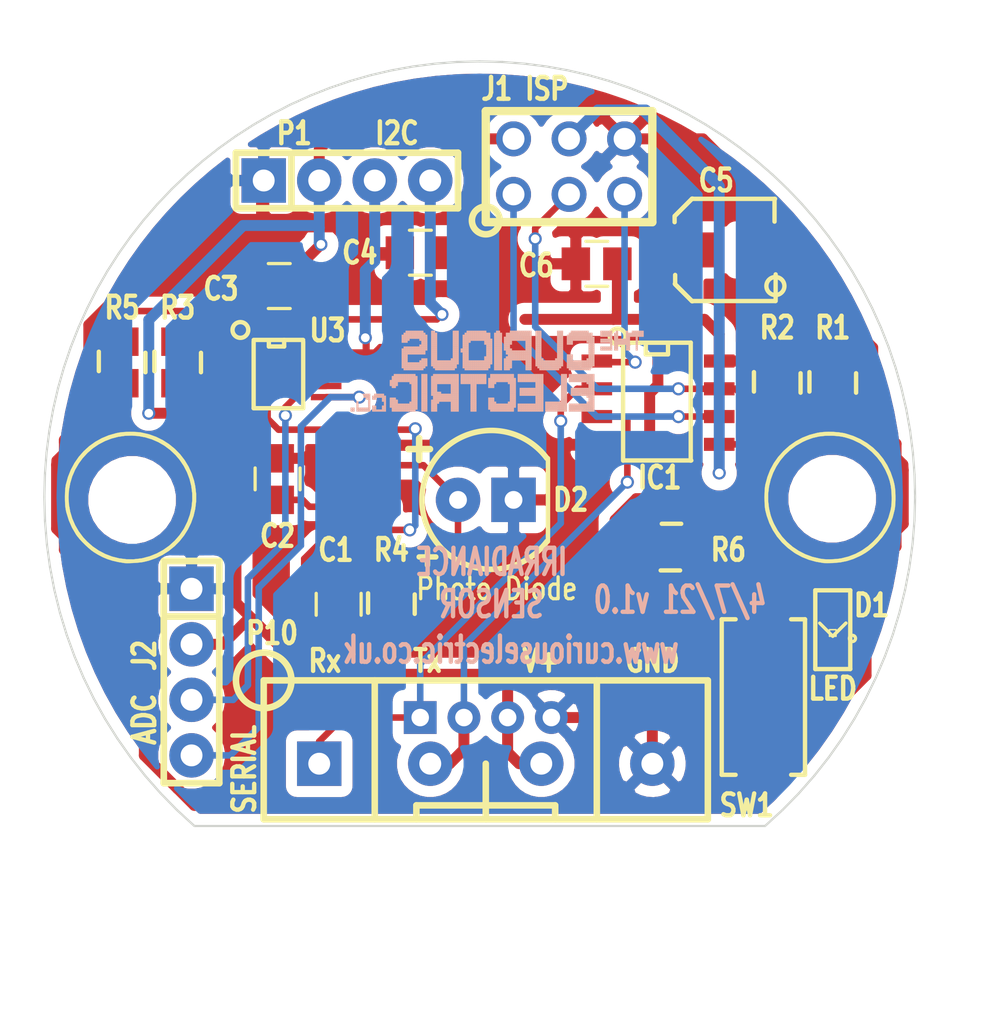
<source format=kicad_pcb>
(kicad_pcb (version 20171130) (host pcbnew "(5.1.10)-1")
  (layers (0 F.Cu signal) (31 B.Cu signal) (34 B.Paste user) (35 F.Paste user) (36 B.SilkS user) (37 F.SilkS user) (38 B.Mask user) (39 F.Mask user) (44 Edge.Cuts user))
  (net 0 "")
  (net 1 GND)
  (net 2 "Net-(D1-Pad2)")
  (net 3 /SDA_I2C)
  (net 4 /SCL_I2C)
  (net 5 +5V)
  (net 6 "Net-(C1-Pad2)")
  (net 7 /SW1)
  (net 8 /D4)
  (net 9 /D3)
  (net 10 /D0)
  (net 11 /D1)
  (net 12 /D2)
  (net 13 "Net-(IC1-Pad1)")
  (net 14 "Net-(J2-Pad3)")
  (net 15 "Net-(R3-Pad2)")
  (net 16 "Net-(R5-Pad2)")
  (net 17 "Net-(C1-Pad1)")
  (net 18 "Net-(J2-Pad4)")
  (module REInnovationFootprint:PCB_40mm_Round_SolarSensorPCB_design (layer F.Cu) (at 123.698 138.049)
    (fp_text reference P6 hide)
    (fp_text value PCB hide)
    (fp_line (start -7.7861 -43.801) (end -7.7861 -43.801) (layer Edge.Cuts) (width 0.1))
    (fp_line (start -7.7861 -43.801) (end -7.7861 -43.801) (layer Edge.Cuts) (width 0.1))
    (fp_line (start -7.7706 -43.801) (end -7.7861 -43.801) (layer Edge.Cuts) (width 0.1))
    (fp_line (start -6.7456 -43.7751) (end -7.7706 -43.801) (layer Edge.Cuts) (width 0.1))
    (fp_line (start -5.734 -43.6982) (end -6.7456 -43.7751) (layer Edge.Cuts) (width 0.1))
    (fp_line (start -4.7371 -43.5715) (end -5.734 -43.6982) (layer Edge.Cuts) (width 0.1))
    (fp_line (start -3.7562 -43.3963) (end -4.7371 -43.5715) (layer Edge.Cuts) (width 0.1))
    (fp_line (start -2.7924 -43.1739) (end -3.7562 -43.3963) (layer Edge.Cuts) (width 0.1))
    (fp_line (start -1.8472 -42.9055) (end -2.7924 -43.1739) (layer Edge.Cuts) (width 0.1))
    (fp_line (start -0.9216 -42.5923) (end -1.8472 -42.9055) (layer Edge.Cuts) (width 0.1))
    (fp_line (start -0.0171 -42.2357) (end -0.9216 -42.5923) (layer Edge.Cuts) (width 0.1))
    (fp_line (start 0.8653 -41.8368) (end -0.0171 -42.2357) (layer Edge.Cuts) (width 0.1))
    (fp_line (start 1.7242 -41.3969) (end 0.8653 -41.8368) (layer Edge.Cuts) (width 0.1))
    (fp_line (start 2.5584 -40.9173) (end 1.7242 -41.3969) (layer Edge.Cuts) (width 0.1))
    (fp_line (start 3.3666 -40.3992) (end 2.5584 -40.9173) (layer Edge.Cuts) (width 0.1))
    (fp_line (start 4.1475 -39.8438) (end 3.3666 -40.3992) (layer Edge.Cuts) (width 0.1))
    (fp_line (start 4.9 -39.2525) (end 4.1475 -39.8438) (layer Edge.Cuts) (width 0.1))
    (fp_line (start 5.6228 -38.6264) (end 4.9 -39.2525) (layer Edge.Cuts) (width 0.1))
    (fp_line (start 6.3146 -37.9669) (end 5.6228 -38.6264) (layer Edge.Cuts) (width 0.1))
    (fp_line (start 6.9742 -37.2751) (end 6.3146 -37.9669) (layer Edge.Cuts) (width 0.1))
    (fp_line (start 7.6003 -36.5523) (end 6.9742 -37.2751) (layer Edge.Cuts) (width 0.1))
    (fp_line (start 8.1916 -35.7998) (end 7.6003 -36.5523) (layer Edge.Cuts) (width 0.1))
    (fp_line (start 8.747 -35.0189) (end 8.1916 -35.7998) (layer Edge.Cuts) (width 0.1))
    (fp_line (start 9.2651 -34.2107) (end 8.747 -35.0189) (layer Edge.Cuts) (width 0.1))
    (fp_line (start 9.7448 -33.3765) (end 9.2651 -34.2107) (layer Edge.Cuts) (width 0.1))
    (fp_line (start 10.1847 -32.5176) (end 9.7448 -33.3765) (layer Edge.Cuts) (width 0.1))
    (fp_line (start 10.5836 -31.6353) (end 10.1847 -32.5176) (layer Edge.Cuts) (width 0.1))
    (fp_line (start 10.9403 -30.7307) (end 10.5836 -31.6353) (layer Edge.Cuts) (width 0.1))
    (fp_line (start 11.2535 -29.8052) (end 10.9403 -30.7307) (layer Edge.Cuts) (width 0.1))
    (fp_line (start 11.5219 -28.8599) (end 11.2535 -29.8052) (layer Edge.Cuts) (width 0.1))
    (fp_line (start 11.7443 -27.8962) (end 11.5219 -28.8599) (layer Edge.Cuts) (width 0.1))
    (fp_line (start 11.9195 -26.9153) (end 11.7443 -27.8962) (layer Edge.Cuts) (width 0.1))
    (fp_line (start 12.0462 -25.9184) (end 11.9195 -26.9153) (layer Edge.Cuts) (width 0.1))
    (fp_line (start 12.1232 -24.9068) (end 12.0462 -25.9184) (layer Edge.Cuts) (width 0.1))
    (fp_line (start 12.1491 -23.8818) (end 12.1232 -24.9068) (layer Edge.Cuts) (width 0.1))
    (fp_line (start 12.1199 -22.8029) (end 12.1491 -23.8818) (layer Edge.Cuts) (width 0.1))
    (fp_line (start 12.0329 -21.7328) (end 12.1199 -22.8029) (layer Edge.Cuts) (width 0.1))
    (fp_line (start 11.8892 -20.6735) (end 12.0329 -21.7328) (layer Edge.Cuts) (width 0.1))
    (fp_line (start 11.6895 -19.6271) (end 11.8892 -20.6735) (layer Edge.Cuts) (width 0.1))
    (fp_line (start 11.435 -18.5956) (end 11.6895 -19.6271) (layer Edge.Cuts) (width 0.1))
    (fp_line (start 11.1265 -17.5813) (end 11.435 -18.5956) (layer Edge.Cuts) (width 0.1))
    (fp_line (start 10.765 -16.5861) (end 11.1265 -17.5813) (layer Edge.Cuts) (width 0.1))
    (fp_line (start 10.3514 -15.6122) (end 10.765 -16.5861) (layer Edge.Cuts) (width 0.1))
    (fp_line (start 9.8867 -14.6615) (end 10.3514 -15.6122) (layer Edge.Cuts) (width 0.1))
    (fp_line (start 9.3719 -13.7363) (end 9.8867 -14.6615) (layer Edge.Cuts) (width 0.1))
    (fp_line (start 8.8079 -12.8386) (end 9.3719 -13.7363) (layer Edge.Cuts) (width 0.1))
    (fp_line (start 8.1956 -11.9704) (end 8.8079 -12.8386) (layer Edge.Cuts) (width 0.1))
    (fp_line (start 7.536 -11.1339) (end 8.1956 -11.9704) (layer Edge.Cuts) (width 0.1))
    (fp_line (start 6.83 -10.3311) (end 7.536 -11.1339) (layer Edge.Cuts) (width 0.1))
    (fp_line (start 6.0787 -9.5642) (end 6.83 -10.3311) (layer Edge.Cuts) (width 0.1))
    (fp_line (start 5.2828 -8.8352) (end 6.0787 -9.5642) (layer Edge.Cuts) (width 0.1))
    (fp_line (start -20.8236 -8.8352) (end 5.2828 -8.8352) (layer Edge.Cuts) (width 0.1))
    (fp_line (start -21.6194 -9.5642) (end -20.8236 -8.8352) (layer Edge.Cuts) (width 0.1))
    (fp_line (start -22.3707 -10.3311) (end -21.6194 -9.5642) (layer Edge.Cuts) (width 0.1))
    (fp_line (start -23.0767 -11.1339) (end -22.3707 -10.3311) (layer Edge.Cuts) (width 0.1))
    (fp_line (start -23.7363 -11.9704) (end -23.0767 -11.1339) (layer Edge.Cuts) (width 0.1))
    (fp_line (start -24.3486 -12.8386) (end -23.7363 -11.9704) (layer Edge.Cuts) (width 0.1))
    (fp_line (start -24.9126 -13.7363) (end -24.3486 -12.8386) (layer Edge.Cuts) (width 0.1))
    (fp_line (start -25.4275 -14.6615) (end -24.9126 -13.7363) (layer Edge.Cuts) (width 0.1))
    (fp_line (start -25.8921 -15.6122) (end -25.4275 -14.6615) (layer Edge.Cuts) (width 0.1))
    (fp_line (start -26.3057 -16.5861) (end -25.8921 -15.6122) (layer Edge.Cuts) (width 0.1))
    (fp_line (start -26.6672 -17.5813) (end -26.3057 -16.5861) (layer Edge.Cuts) (width 0.1))
    (fp_line (start -26.9757 -18.5956) (end -26.6672 -17.5813) (layer Edge.Cuts) (width 0.1))
    (fp_line (start -27.2303 -19.6271) (end -26.9757 -18.5956) (layer Edge.Cuts) (width 0.1))
    (fp_line (start -27.4299 -20.6735) (end -27.2303 -19.6271) (layer Edge.Cuts) (width 0.1))
    (fp_line (start -27.5737 -21.7328) (end -27.4299 -20.6735) (layer Edge.Cuts) (width 0.1))
    (fp_line (start -27.6606 -22.8029) (end -27.5737 -21.7328) (layer Edge.Cuts) (width 0.1))
    (fp_line (start -27.6898 -23.8818) (end -27.6606 -22.8029) (layer Edge.Cuts) (width 0.1))
    (fp_line (start -27.6639 -24.9063) (end -27.6898 -23.8818) (layer Edge.Cuts) (width 0.1))
    (fp_line (start -27.5871 -25.9173) (end -27.6639 -24.9063) (layer Edge.Cuts) (width 0.1))
    (fp_line (start -27.4605 -26.9137) (end -27.5871 -25.9173) (layer Edge.Cuts) (width 0.1))
    (fp_line (start -27.2855 -27.8941) (end -27.4605 -26.9137) (layer Edge.Cuts) (width 0.1))
    (fp_line (start -27.0633 -28.8573) (end -27.2855 -27.8941) (layer Edge.Cuts) (width 0.1))
    (fp_line (start -26.7951 -29.8021) (end -27.0633 -28.8573) (layer Edge.Cuts) (width 0.1))
    (fp_line (start -26.4823 -30.7272) (end -26.7951 -29.8021) (layer Edge.Cuts) (width 0.1))
    (fp_line (start -26.1259 -31.6314) (end -26.4823 -30.7272) (layer Edge.Cuts) (width 0.1))
    (fp_line (start -25.7274 -32.5134) (end -26.1259 -31.6314) (layer Edge.Cuts) (width 0.1))
    (fp_line (start -25.288 -33.372) (end -25.7274 -32.5134) (layer Edge.Cuts) (width 0.1))
    (fp_line (start -24.8088 -34.2058) (end -25.288 -33.372) (layer Edge.Cuts) (width 0.1))
    (fp_line (start -24.2911 -35.0138) (end -24.8088 -34.2058) (layer Edge.Cuts) (width 0.1))
    (fp_line (start -23.7363 -35.7945) (end -24.2911 -35.0138) (layer Edge.Cuts) (width 0.1))
    (fp_line (start -23.1455 -36.5469) (end -23.7363 -35.7945) (layer Edge.Cuts) (width 0.1))
    (fp_line (start -22.52 -37.2695) (end -23.1455 -36.5469) (layer Edge.Cuts) (width 0.1))
    (fp_line (start -21.861 -37.9612) (end -22.52 -37.2695) (layer Edge.Cuts) (width 0.1))
    (fp_line (start -21.1698 -38.6207) (end -21.861 -37.9612) (layer Edge.Cuts) (width 0.1))
    (fp_line (start -20.4477 -39.2468) (end -21.1698 -38.6207) (layer Edge.Cuts) (width 0.1))
    (fp_line (start -19.6958 -39.8382) (end -20.4477 -39.2468) (layer Edge.Cuts) (width 0.1))
    (fp_line (start -18.9155 -40.3936) (end -19.6958 -39.8382) (layer Edge.Cuts) (width 0.1))
    (fp_line (start -18.1079 -40.9119) (end -18.9155 -40.3936) (layer Edge.Cuts) (width 0.1))
    (fp_line (start -17.2744 -41.3917) (end -18.1079 -40.9119) (layer Edge.Cuts) (width 0.1))
    (fp_line (start -16.4162 -41.8319) (end -17.2744 -41.3917) (layer Edge.Cuts) (width 0.1))
    (fp_line (start -15.5345 -42.2311) (end -16.4162 -41.8319) (layer Edge.Cuts) (width 0.1))
    (fp_line (start -14.6306 -42.5881) (end -15.5345 -42.2311) (layer Edge.Cuts) (width 0.1))
    (fp_line (start -13.7058 -42.9017) (end -14.6306 -42.5881) (layer Edge.Cuts) (width 0.1))
    (fp_line (start -12.7612 -43.1706) (end -13.7058 -42.9017) (layer Edge.Cuts) (width 0.1))
    (fp_line (start -11.7981 -43.3935) (end -12.7612 -43.1706) (layer Edge.Cuts) (width 0.1))
    (fp_line (start -10.8178 -43.5693) (end -11.7981 -43.3935) (layer Edge.Cuts) (width 0.1))
    (fp_line (start -9.8216 -43.6966) (end -10.8178 -43.5693) (layer Edge.Cuts) (width 0.1))
    (fp_line (start -8.8106 -43.7743) (end -9.8216 -43.6966) (layer Edge.Cuts) (width 0.1))
    (fp_line (start -7.7861 -43.801) (end -8.8106 -43.7743) (layer Edge.Cuts) (width 0.1))
    (pad "" np_thru_hole circle (at -23.6728 -23.749) (size 3 3) (drill 3) (layers *.Cu *.Mask))
    (pad "" np_thru_hole circle (at 8.3566 -23.7998) (size 3 3) (drill 3) (layers *.Cu *.Mask))
  )
  (module REInnovationFootprint:TH_LED-5MM_larg_pad (layer F.Cu) (at 116.205 114.3)
    (fp_text reference D2 (at 3.8862 0) (layer F.SilkS) (effects (font (size 1 0.8) (thickness 0.2))))
    (fp_text value "PHOTO DIODE" hide)
    (fp_text user + (at -3.048 -2.413) (layer F.SilkS) (effects (font (size 1.3 1.3) (thickness 0.3))))
    (pad 1 thru_hole circle (at -1.27 0) (size 2.032 2.032) (drill 0.8128) (layers *.Cu *.Mask) (net 6 "Net-(C1-Pad2)"))
    (pad 2 thru_hole rect (at 1.27 0) (size 2.032 2.032) (drill 0.8128) (layers *.Cu *.Mask) (net 1 GND))
  )
  (module REInnovationFootprint:SM_MSOP10-0.5 (layer F.Cu) (at 106.68 108.585 270)
    (fp_text reference U3 (at -2.032 -2.286 180) (layer F.SilkS) (effects (font (size 1 0.8) (thickness 0.2))))
    (fp_text value ADS1115 hide)
    (pad 10 smd rect (at -1.016 -2.2225 270) (size 0.29 1.4) (layers F.Cu F.Paste F.Mask) (net 4 /SCL_I2C))
    (pad 9 smd rect (at -0.508 -2.2225 270) (size 0.29 1.4) (layers F.Cu F.Paste F.Mask) (net 3 /SDA_I2C))
    (pad 8 smd rect (at 0 -2.2225 270) (size 0.29 1.4) (layers F.Cu F.Paste F.Mask) (net 5 +5V))
    (pad 7 smd rect (at 0.508 -2.2225 270) (size 0.29 1.4) (layers F.Cu F.Paste F.Mask) (net 14 "Net-(J2-Pad3)"))
    (pad 6 smd rect (at 1.016 -2.2225 270) (size 0.29 1.4) (layers F.Cu F.Paste F.Mask) (net 18 "Net-(J2-Pad4)"))
    (pad 5 smd rect (at 1.016 2.2225 270) (size 0.29 1.4) (layers F.Cu F.Paste F.Mask) (net 1 GND))
    (pad 4 smd rect (at 0.508 2.2225 270) (size 0.29 1.4) (layers F.Cu F.Paste F.Mask) (net 17 "Net-(C1-Pad1)"))
    (pad 3 smd rect (at 0 2.2225 270) (size 0.29 1.4) (layers F.Cu F.Paste F.Mask) (net 1 GND))
    (pad 2 smd rect (at -0.508 2.2225 270) (size 0.29 1.4) (layers F.Cu F.Paste F.Mask) (net 15 "Net-(R3-Pad2)"))
    (pad 1 smd rect (at -1.016 2.2225 270) (size 0.29 1.4) (layers F.Cu F.Paste F.Mask) (net 16 "Net-(R5-Pad2)"))
  )
  (module REInnovationFootprint:SM_C_0805 (layer F.Cu) (at 109.474 119.0752 90)
    (fp_text reference C1 (at 2.4842 -0.127 180) (layer F.SilkS) (effects (font (size 1 0.8) (thickness 0.2))))
    (fp_text value 10n hide)
    (pad 1 smd rect (at -0.9398 0 90) (size 1.3 1.5) (layers F.Cu F.Paste F.Mask) (net 17 "Net-(C1-Pad1)"))
    (pad 2 smd rect (at 0.9602 0 90) (size 1.3 1.5) (layers F.Cu F.Paste F.Mask) (net 6 "Net-(C1-Pad2)"))
  )
  (module REInnovationFootprint:SM_C_0805 (layer F.Cu) (at 106.68 113.3398 270)
    (fp_text reference C2 (at 2.6112 0 180) (layer F.SilkS) (effects (font (size 1 0.8) (thickness 0.2))))
    (fp_text value 100n hide)
    (pad 1 smd rect (at -0.9398 0 270) (size 1.3 1.5) (layers F.Cu F.Paste F.Mask) (net 1 GND))
    (pad 2 smd rect (at 0.9602 0 270) (size 1.3 1.5) (layers F.Cu F.Paste F.Mask) (net 5 +5V))
  )
  (module REInnovationFootprint:SM_C_0805 (layer F.Cu) (at 106.7562 104.521 180)
    (fp_text reference C3 (at 2.667 -0.127 180) (layer F.SilkS) (effects (font (size 1 0.8) (thickness 0.2))))
    (fp_text value 100n hide)
    (pad 1 smd rect (at -0.9398 0 180) (size 1.3 1.5) (layers F.Cu F.Paste F.Mask) (net 5 +5V))
    (pad 2 smd rect (at 0.9602 0 180) (size 1.3 1.5) (layers F.Cu F.Paste F.Mask) (net 1 GND))
  )
  (module REInnovationFootprint:SM_C_0805 (layer F.Cu) (at 113.2128 102.997)
    (fp_text reference C4 (at -2.7736 0 180) (layer F.SilkS) (effects (font (size 1 0.8) (thickness 0.2))))
    (fp_text value 100n hide)
    (pad 2 smd rect (at 0.9602 0) (size 1.3 1.5) (layers F.Cu F.Paste F.Mask) (net 5 +5V))
    (pad 1 smd rect (at -0.9398 0) (size 1.3 1.5) (layers F.Cu F.Paste F.Mask) (net 1 GND))
  )
  (module REInnovationFootprint:SM_4x5.3 (layer F.Cu) (at 127.155 102.87 180)
    (fp_text reference C5 (at 0.409 3.175 180) (layer F.SilkS) (effects (font (size 1 0.8) (thickness 0.2))))
    (fp_text value 100u hide)
    (pad 1 smd rect (at 1.75 0 180) (size 2.5 1.6) (layers F.Cu F.Paste F.Mask) (net 5 +5V))
    (pad 2 smd rect (at -1.75 0 180) (size 2.5 1.6) (layers F.Cu F.Paste F.Mask) (net 1 GND))
  )
  (module REInnovationFootprint:SM_C_0805 (layer F.Cu) (at 121.285 103.505 180)
    (fp_text reference C6 (at 2.7686 -0.0762 180) (layer F.SilkS) (effects (font (size 1 0.8) (thickness 0.2))))
    (fp_text value 100n hide)
    (pad 2 smd rect (at 0.9602 0 180) (size 1.3 1.5) (layers F.Cu F.Paste F.Mask) (net 1 GND))
    (pad 1 smd rect (at -0.9398 0 180) (size 1.3 1.5) (layers F.Cu F.Paste F.Mask) (net 5 +5V))
  )
  (module REInnovationFootprint:SM0805_LED (layer F.Cu) (at 132.08 120.23598 180)
    (fp_text reference D1 (at -1.778 1.10998 180) (layer F.SilkS) (effects (font (size 1 0.8) (thickness 0.2))))
    (fp_text value LED (at 0 -2.70002) (layer F.SilkS) (effects (font (size 1 0.8) (thickness 0.2))))
    (pad 2 smd rect (at 0 1.04902 180) (size 1.19888 1.19888) (layers F.Cu F.Paste F.Mask) (net 2 "Net-(D1-Pad2)"))
    (pad 1 smd rect (at 0 -1.04902 180) (size 1.19888 1.19888) (layers F.Cu F.Paste F.Mask) (net 7 /SW1))
  )
  (module REInnovationFootprint:SM_SOIC_8 (layer F.Cu) (at 124.085 110.49 270)
    (fp_text reference IC1 (at 2.794 -0.0762) (layer F.SilkS) (effects (font (size 1 0.8) (thickness 0.2))))
    (fp_text value ATTINY85-P hide)
    (pad 4 smd rect (at 1.27 2.8 270) (size 0.59944 1.39954) (layers F.Cu F.Paste F.Mask) (net 1 GND))
    (pad 3 smd rect (at 0 2.8 270) (size 0.59944 1.39954) (layers F.Cu F.Paste F.Mask) (net 8 /D4))
    (pad 2 smd rect (at -1.27 2.8 270) (size 0.59944 1.39954) (layers F.Cu F.Paste F.Mask) (net 9 /D3))
    (pad 5 smd rect (at 1.27 -2.8 270) (size 0.59944 1.39954) (layers F.Cu F.Paste F.Mask) (net 10 /D0))
    (pad 6 smd rect (at 0 -2.8 270) (size 0.59944 1.39954) (layers F.Cu F.Paste F.Mask) (net 11 /D1))
    (pad 7 smd rect (at -1.27 -2.8 270) (size 0.59944 1.39954) (layers F.Cu F.Paste F.Mask) (net 12 /D2))
    (pad 1 smd rect (at -2.54 2.8 270) (size 0.59944 1.39954) (layers F.Cu F.Paste F.Mask) (net 13 "Net-(IC1-Pad1)"))
    (pad 8 smd rect (at -2.54 -2.8 270) (size 0.59944 1.39954) (layers F.Cu F.Paste F.Mask) (net 5 +5V))
  )
  (module REInnovationFootprint:ISP_3x2 (layer F.Cu) (at 120.65 99.06)
    (fp_text reference J1 (at -3.937 -3.556 180) (layer F.SilkS) (effects (font (size 1 0.8) (thickness 0.2))))
    (fp_text value ISP (at -1.651 -3.556 180) (layer F.SilkS) (effects (font (size 1 0.8) (thickness 0.2))))
    (pad 5 thru_hole circle (at 1.905 1.27) (size 1.6002 1.6002) (drill 1.00076) (layers *.Cu *.Mask) (net 13 "Net-(IC1-Pad1)"))
    (pad 6 thru_hole circle (at 1.905 -1.27) (size 1.6002 1.6002) (drill 1.00076) (layers *.Cu *.Mask) (net 1 GND))
    (pad 3 thru_hole circle (at -0.635 1.27) (size 1.6002 1.6002) (drill 1.00076) (layers *.Cu *.Mask) (net 12 /D2))
    (pad 4 thru_hole circle (at -0.635 -1.27) (size 1.6002 1.6002) (drill 1.00076) (layers *.Cu *.Mask) (net 10 /D0))
    (pad 1 thru_hole circle (at -3.175 1.27) (size 1.6002 1.6002) (drill 1.00076) (layers *.Cu *.Mask) (net 11 /D1))
    (pad 2 thru_hole circle (at -3.175 -1.27) (size 1.6002 1.6002) (drill 1.00076) (layers *.Cu *.Mask) (net 5 +5V))
  )
  (module REInnovationFootprint:SIL-4_large_pad (layer F.Cu) (at 102.743 122.174 270)
    (fp_text reference J2 (at -0.762 2.159 270) (layer F.SilkS) (effects (font (size 1 0.8) (thickness 0.2))))
    (fp_text value ADC (at 2.159 2.159 90) (layer F.SilkS) (effects (font (size 1 0.8) (thickness 0.2))))
    (pad 1 thru_hole rect (at -3.81 0 270) (size 2.032 2.032) (drill 1.00076) (layers *.Cu *.Mask) (net 1 GND))
    (pad 2 thru_hole circle (at -1.27 0 270) (size 2.032 2.032) (drill 1.00076) (layers *.Cu *.Mask) (net 5 +5V))
    (pad 3 thru_hole circle (at 1.27 0 270) (size 2.032 2.032) (drill 1.00076) (layers *.Cu *.Mask) (net 14 "Net-(J2-Pad3)"))
    (pad 4 thru_hole circle (at 3.81 0 270) (size 2.032 2.032) (drill 1.00076) (layers *.Cu *.Mask) (net 18 "Net-(J2-Pad4)"))
  )
  (module REInnovationFootprint:SIL-4_large_pad (layer F.Cu) (at 109.855 99.695)
    (fp_text reference P1 (at -2.413 -2.159 180) (layer F.SilkS) (effects (font (size 1 0.8) (thickness 0.2))))
    (fp_text value I2C (at 2.286 -2.159) (layer F.SilkS) (effects (font (size 1 0.8) (thickness 0.2))))
    (pad 4 thru_hole circle (at 3.81 0) (size 2.032 2.032) (drill 1.00076) (layers *.Cu *.Mask) (net 3 /SDA_I2C))
    (pad 3 thru_hole circle (at 1.27 0) (size 2.032 2.032) (drill 1.00076) (layers *.Cu *.Mask) (net 4 /SCL_I2C))
    (pad 2 thru_hole circle (at -1.27 0) (size 2.032 2.032) (drill 1.00076) (layers *.Cu *.Mask) (net 5 +5V))
    (pad 1 thru_hole rect (at -3.81 0) (size 2.032 2.032) (drill 1.00076) (layers *.Cu *.Mask) (net 1 GND))
  )
  (module CuriousElectric3:TCEC_Words_13mm (layer B.Cu) (at 123.698 106.299 180)
    (fp_text reference P5 hide)
    (fp_text value LOGO2 hide)
  )
  (module REInnovationFootprint:SIL-4_Grove_SCREW (layer F.Cu) (at 116.205 126.365)
    (fp_text reference P10 (at -9.779 -5.969 180) (layer F.SilkS) (effects (font (size 1 0.8) (thickness 0.2))))
    (fp_text value SERIAL (at -11.049 0.254 270) (layer F.SilkS) (effects (font (size 1 0.8) (thickness 0.2))))
    (pad 1 thru_hole rect (at -7.62 0) (size 2.032 2.032) (drill 1.00076) (layers *.Cu *.Mask) (net 9 /D3))
    (pad 2 thru_hole circle (at -2.54 0) (size 2.032 2.032) (drill 1.00076) (layers *.Cu *.Mask) (net 8 /D4))
    (pad 3 thru_hole circle (at 2.54 0) (size 2.032 2.032) (drill 1.00076) (layers *.Cu *.Mask) (net 5 +5V))
    (pad 4 thru_hole circle (at 7.62 0) (size 2.032 2.032) (drill 1.00076) (layers *.Cu *.Mask) (net 1 GND))
    (pad 1 thru_hole rect (at -3 -2.111) (size 1.5 1.5) (drill 0.8) (layers *.Cu *.Mask) (net 9 /D3))
    (pad 2 thru_hole circle (at -1 -2.111) (size 1.5 1.5) (drill 0.8) (layers *.Cu *.Mask) (net 8 /D4))
    (pad 3 thru_hole circle (at 1 -2.111) (size 1.5 1.5) (drill 0.8) (layers *.Cu *.Mask) (net 5 +5V))
    (pad 4 thru_hole circle (at 3 -2.111) (size 1.5 1.5) (drill 0.8) (layers *.Cu *.Mask) (net 1 GND))
  )
  (module REInnovationFootprint:SM0805 (layer F.Cu) (at 132.08 108.8898)
    (fp_text reference R1 (at 0 -2.4638 180) (layer F.SilkS) (effects (font (size 1 0.8) (thickness 0.2))))
    (fp_text value 10k hide)
    (pad 1 smd rect (at 0 -0.9348) (size 1.5 1.3) (layers F.Cu F.Paste F.Mask) (net 5 +5V))
    (pad 2 smd rect (at 0 0.9652) (size 1.5 1.3) (layers F.Cu F.Paste F.Mask) (net 10 /D0))
  )
  (module REInnovationFootprint:SM0805 (layer F.Cu) (at 129.54 108.8898)
    (fp_text reference R2 (at 0 -2.4638 180) (layer F.SilkS) (effects (font (size 1 0.8) (thickness 0.2))))
    (fp_text value 10k hide)
    (pad 2 smd rect (at 0 0.9652) (size 1.5 1.3) (layers F.Cu F.Paste F.Mask) (net 12 /D2))
    (pad 1 smd rect (at 0 -0.9348) (size 1.5 1.3) (layers F.Cu F.Paste F.Mask) (net 5 +5V))
  )
  (module REInnovationFootprint:SM0805 (layer F.Cu) (at 102.108 108.0312 180)
    (fp_text reference R3 (at 0 2.5196 180) (layer F.SilkS) (effects (font (size 1 0.8) (thickness 0.2))))
    (fp_text value 10k hide)
    (pad 2 smd rect (at 0 0.9652 180) (size 1.5 1.3) (layers F.Cu F.Paste F.Mask) (net 15 "Net-(R3-Pad2)"))
    (pad 1 smd rect (at 0 -0.9348 180) (size 1.5 1.3) (layers F.Cu F.Paste F.Mask) (net 5 +5V))
  )
  (module REInnovationFootprint:SM0805 (layer F.Cu) (at 111.887 119.0802 180)
    (fp_text reference R4 (at 0 2.4892 180) (layer F.SilkS) (effects (font (size 1 0.8) (thickness 0.2))))
    (fp_text value 47k hide)
    (pad 1 smd rect (at 0 -0.9348 180) (size 1.5 1.3) (layers F.Cu F.Paste F.Mask) (net 17 "Net-(C1-Pad1)"))
    (pad 2 smd rect (at 0 0.9652 180) (size 1.5 1.3) (layers F.Cu F.Paste F.Mask) (net 6 "Net-(C1-Pad2)"))
  )
  (module REInnovationFootprint:SM0805 (layer F.Cu) (at 99.568 108.0312 180)
    (fp_text reference R5 (at 0 2.5196 180) (layer F.SilkS) (effects (font (size 1 0.8) (thickness 0.2))))
    (fp_text value 10k hide)
    (pad 1 smd rect (at 0 -0.9348 180) (size 1.5 1.3) (layers F.Cu F.Paste F.Mask) (net 1 GND))
    (pad 2 smd rect (at 0 0.9652 180) (size 1.5 1.3) (layers F.Cu F.Paste F.Mask) (net 16 "Net-(R5-Pad2)"))
  )
  (module REInnovationFootprint:SM0805 (layer F.Cu) (at 124.6378 116.459 90)
    (fp_text reference R6 (at -0.127 2.667) (layer F.SilkS) (effects (font (size 1 0.8) (thickness 0.2))))
    (fp_text value 330R hide)
    (pad 2 smd rect (at 0 0.9652 90) (size 1.5 1.3) (layers F.Cu F.Paste F.Mask) (net 2 "Net-(D1-Pad2)"))
    (pad 1 smd rect (at 0 -0.9348 90) (size 1.5 1.3) (layers F.Cu F.Paste F.Mask) (net 5 +5V))
  )
  (module REInnovationFootprint:SMD_SW_6x3_5 (layer F.Cu) (at 128.905 123.317 270)
    (fp_text reference SW1 (at 4.953 0.762 180) (layer F.SilkS) (effects (font (size 1 0.8) (thickness 0.2))))
    (fp_text value UP hide)
    (pad 1 smd rect (at -2.413 -0.0254 270) (size 3 2.39776) (layers F.Cu F.Paste F.Mask) (net 7 /SW1))
    (pad 2 smd rect (at 2.413 0 270) (size 3 2.39776) (layers F.Cu F.Paste F.Mask) (net 1 GND))
  )
  (gr_text + (at 113.538 116.84) (layer F.SilkS) (effects (font (size 1 1) (thickness 0.25))))
  (gr_text "Photo Diode" (at 116.713 118.364) (layer F.SilkS) (effects (font (size 1 0.8))))
  (gr_text GND (at 123.825 121.666) (layer F.SilkS) (effects (font (size 1 0.8) (thickness 0.2))))
  (gr_text V+ (at 118.745 121.666) (layer F.SilkS) (effects (font (size 1 0.8) (thickness 0.2))))
  (gr_text Rx (at 108.839 121.666) (layer F.SilkS) (effects (font (size 1 0.8) (thickness 0.2))))
  (gr_text Tx (at 113.538 121.666) (layer F.SilkS) (effects (font (size 1 0.8) (thickness 0.2))))
  (gr_text "4/7/21 v1.0" (at 125.095 118.872) (layer B.SilkS) (effects (font (size 1.2 0.8) (thickness 0.2)) (justify mirror)))
  (gr_text www.curiouselectric.co.uk (at 117.348 121.158) (layer B.SilkS) (effects (font (size 1.2 0.8) (thickness 0.2)) (justify mirror)))
  (gr_text "IRRADIANCE\nSENSOR" (at 116.459 118.11) (layer B.SilkS) (effects (font (size 1.2 0.8) (thickness 0.2)) (justify mirror)))
  (segment (start 116.332 109.855) (end 117.995 109.855) (width 0.2) (layer F.Cu) (net 1))
  (segment (start 112.395 109.855) (end 116.332 109.855) (width 0.2) (layer F.Cu) (net 1))
  (segment (start 117.995 108.585) (end 116.332 108.585) (width 0.2) (layer F.Cu) (net 1))
  (segment (start 116.332 108.585) (end 116.332 109.855) (width 0.2) (layer F.Cu) (net 1))
  (segment (start 116.332 107.569) (end 116.332 108.585) (width 0.2) (layer F.Cu) (net 1))
  (segment (start 105.796 99.944) (end 106.045 99.695) (width 0.2) (layer F.Cu) (net 1))
  (segment (start 98.171 108.966) (end 98.044 108.839) (width 0.2) (layer F.Cu) (net 1))
  (segment (start 98.044 108.839) (end 98.044 106.299) (width 0.2) (layer F.Cu) (net 1))
  (segment (start 102.611 101.732) (end 105.796 101.732) (width 0.2) (layer F.Cu) (net 1))
  (segment (start 105.796 101.732) (end 105.796 99.944) (width 0.2) (layer F.Cu) (net 1))
  (segment (start 105.796 104.521) (end 105.796 101.732) (width 0.2) (layer F.Cu) (net 1))
  (segment (start 105.796 101.732) (end 109.225 101.732) (width 0.2) (layer F.Cu) (net 1))
  (segment (start 110.49 102.997) (end 112.273 102.997) (width 0.2) (layer F.Cu) (net 1))
  (segment (start 109.225 101.732) (end 110.4265 102.9335) (width 0.2) (layer F.Cu) (net 1))
  (segment (start 110.4265 102.9335) (end 110.49 102.997) (width 0.2) (layer F.Cu) (net 1))
  (segment (start 122.38 124.254) (end 124.889 124.254) (width 0.2) (layer F.Cu) (net 1))
  (segment (start 124.889 124.254) (end 126.365 125.73) (width 0.2) (layer F.Cu) (net 1))
  (segment (start 121.333 124.254) (end 122.38 124.254) (width 0.2) (layer F.Cu) (net 1))
  (segment (start 119.205 124.254) (end 121.333 124.254) (width 0.2) (layer F.Cu) (net 1))
  (segment (start 119.38 111.76) (end 121.285 111.76) (width 0.2) (layer F.Cu) (net 1))
  (segment (start 117.475 111.76) (end 119.38 111.76) (width 0.2) (layer F.Cu) (net 1))
  (segment (start 104.4575 108.585) (end 103.5558 108.585) (width 0.2) (layer F.Cu) (net 1))
  (segment (start 103.5558 108.585) (end 103.3272 108.8136) (width 0.2) (layer F.Cu) (net 1))
  (segment (start 103.5558 109.601) (end 104.4575 109.601) (width 0.2) (layer F.Cu) (net 1))
  (segment (start 103.3272 109.3724) (end 103.5558 109.601) (width 0.2) (layer F.Cu) (net 1))
  (segment (start 103.3272 108.8136) (end 103.3272 109.22) (width 0.2) (layer F.Cu) (net 1))
  (segment (start 103.3272 109.22) (end 103.3272 109.3724) (width 0.2) (layer F.Cu) (net 1))
  (segment (start 105.3896 112.4) (end 106.68 112.4) (width 0.2) (layer F.Cu) (net 1))
  (segment (start 103.3272 110.3376) (end 105.3896 112.4) (width 0.2) (layer F.Cu) (net 1))
  (segment (start 109.06 112.715) (end 110.0938 112.715) (width 0.2) (layer F.Cu) (net 1))
  (segment (start 110.0938 112.715) (end 111.0488 111.76) (width 0.2) (layer F.Cu) (net 1))
  (segment (start 116.332 111.7092) (end 116.3828 111.76) (width 0.2) (layer F.Cu) (net 1))
  (segment (start 116.332 110.3376) (end 116.332 111.7092) (width 0.2) (layer F.Cu) (net 1))
  (segment (start 116.332 109.855) (end 116.332 110.3376) (width 0.2) (layer F.Cu) (net 1))
  (segment (start 116.4082 107.315) (end 116.332 107.2388) (width 0.2) (layer F.Cu) (net 1))
  (segment (start 117.995 107.315) (end 116.4082 107.315) (width 0.2) (layer F.Cu) (net 1))
  (segment (start 116.332 107.2388) (end 116.332 104.775) (width 0.2) (layer F.Cu) (net 1))
  (segment (start 116.332 107.569) (end 116.332 107.2388) (width 0.2) (layer F.Cu) (net 1))
  (segment (start 99.314 118.9736) (end 96.9264 116.586) (width 0.5) (layer F.Cu) (net 1))
  (segment (start 96.9264 111.6584) (end 96.9264 112.3188) (width 0.2) (layer F.Cu) (net 1))
  (segment (start 96.9264 111.5568) (end 98.044 110.4392) (width 0.5) (layer F.Cu) (net 1))
  (segment (start 96.9264 111.6584) (end 96.9264 111.5568) (width 0.5) (layer F.Cu) (net 1))
  (segment (start 98.044 108.839) (end 98.044 110.4392) (width 0.2) (layer F.Cu) (net 1))
  (segment (start 98.044 106.299) (end 102.5271 101.8159) (width 0.5) (layer F.Cu) (net 1))
  (segment (start 102.5271 101.8159) (end 102.611 101.732) (width 0.2) (layer F.Cu) (net 1))
  (segment (start 109.3089 101.8159) (end 110.4265 102.9335) (width 0.5) (layer F.Cu) (net 1))
  (segment (start 110.4265 103.8225) (end 111.379 104.775) (width 0.5) (layer F.Cu) (net 1))
  (segment (start 110.4265 103.1113) (end 110.4265 103.8225) (width 0.5) (layer F.Cu) (net 1))
  (segment (start 110.4265 102.9335) (end 110.4265 103.1113) (width 0.2) (layer F.Cu) (net 1))
  (segment (start 106.045 101.8032) (end 106.0577 101.8159) (width 0.5) (layer F.Cu) (net 1))
  (segment (start 106.045 99.695) (end 106.045 101.8032) (width 0.5) (layer F.Cu) (net 1))
  (segment (start 106.0577 101.8159) (end 109.3089 101.8159) (width 0.5) (layer F.Cu) (net 1))
  (segment (start 102.5271 101.8159) (end 106.0577 101.8159) (width 0.5) (layer F.Cu) (net 1))
  (segment (start 105.796 102.0522) (end 106.045 101.8032) (width 0.5) (layer F.Cu) (net 1))
  (segment (start 105.796 104.521) (end 105.796 102.0522) (width 0.5) (layer F.Cu) (net 1))
  (segment (start 112.1587 103.1113) (end 112.273 102.997) (width 0.5) (layer F.Cu) (net 1))
  (segment (start 110.4265 103.1113) (end 112.1587 103.1113) (width 0.5) (layer F.Cu) (net 1))
  (segment (start 114.267002 104.775) (end 116.332 104.775) (width 0.5) (layer F.Cu) (net 1))
  (segment (start 111.379 104.775) (end 114.267002 104.775) (width 0.5) (layer F.Cu) (net 1))
  (segment (start 116.332 104.775) (end 117.602 103.505) (width 0.5) (layer F.Cu) (net 1))
  (segment (start 117.602 103.505) (end 120.3248 103.505) (width 0.5) (layer F.Cu) (net 1))
  (segment (start 116.332 104.775) (end 116.332 111.506) (width 0.5) (layer F.Cu) (net 1))
  (segment (start 116.3828 111.5568) (end 116.3828 111.76) (width 0.5) (layer F.Cu) (net 1))
  (segment (start 116.332 111.506) (end 116.3828 111.5568) (width 0.5) (layer F.Cu) (net 1))
  (segment (start 121.285 111.76) (end 116.2812 111.76) (width 0.5) (layer F.Cu) (net 1))
  (segment (start 116.2812 111.76) (end 116.3828 111.76) (width 0.2) (layer F.Cu) (net 1))
  (segment (start 111.0488 111.76) (end 116.2812 111.76) (width 0.2) (layer F.Cu) (net 1))
  (segment (start 117.475 114.3) (end 117.475 111.76) (width 0.5) (layer F.Cu) (net 1))
  (segment (start 117.004399 111.798801) (end 111.087601 111.798801) (width 0.5) (layer F.Cu) (net 1))
  (segment (start 117.0432 111.76) (end 117.004399 111.798801) (width 0.5) (layer F.Cu) (net 1))
  (segment (start 116.3828 111.76) (end 117.0432 111.76) (width 0.2) (layer F.Cu) (net 1))
  (segment (start 117.0432 111.76) (end 117.475 111.76) (width 0.2) (layer F.Cu) (net 1))
  (segment (start 126.365 125.73) (end 126.492 125.73) (width 0.2) (layer F.Cu) (net 1))
  (segment (start 126.746 125.73) (end 128.905 125.73) (width 0.5) (layer F.Cu) (net 1))
  (segment (start 126.492 125.73) (end 126.746 125.73) (width 0.2) (layer F.Cu) (net 1))
  (segment (start 126.492 125.73) (end 125.016 124.254) (width 0.5) (layer F.Cu) (net 1))
  (segment (start 128.905 125.73) (end 126.492 125.73) (width 0.5) (layer F.Cu) (net 1))
  (segment (start 123.825 124.2822) (end 123.7968 124.254) (width 0.5) (layer F.Cu) (net 1))
  (segment (start 123.825 126.365) (end 123.825 124.2822) (width 0.5) (layer F.Cu) (net 1))
  (segment (start 123.7968 124.254) (end 119.205 124.254) (width 0.5) (layer F.Cu) (net 1))
  (segment (start 125.016 124.254) (end 123.7968 124.254) (width 0.5) (layer F.Cu) (net 1))
  (segment (start 128.905 102.87) (end 128.905 100.5586) (width 0.5) (layer F.Cu) (net 1))
  (segment (start 126.1364 97.79) (end 122.555 97.79) (width 0.5) (layer F.Cu) (net 1))
  (segment (start 128.905 100.5586) (end 126.1364 97.79) (width 0.5) (layer F.Cu) (net 1))
  (segment (start 121.246199 111.798801) (end 121.285 111.76) (width 0.5) (layer F.Cu) (net 1))
  (segment (start 111.087601 111.798801) (end 121.246199 111.798801) (width 0.5) (layer F.Cu) (net 1))
  (segment (start 103.3526 109.601) (end 103.3272 109.6264) (width 0.2) (layer F.Cu) (net 1))
  (segment (start 104.4575 109.601) (end 103.3526 109.601) (width 0.2) (layer F.Cu) (net 1))
  (segment (start 103.3272 109.22) (end 103.3272 109.6264) (width 0.2) (layer F.Cu) (net 1))
  (segment (start 103.5558 109.601) (end 103.3272 109.8296) (width 0.2) (layer F.Cu) (net 1))
  (segment (start 103.3272 109.8296) (end 103.3272 110.3376) (width 0.2) (layer F.Cu) (net 1))
  (segment (start 103.3272 109.6264) (end 103.3272 109.8296) (width 0.2) (layer F.Cu) (net 1))
  (segment (start 128.905 104.3686) (end 128.905 102.87) (width 0.5) (layer F.Cu) (net 1))
  (segment (start 129.9972 105.4608) (end 128.905 104.3686) (width 0.5) (layer F.Cu) (net 1))
  (segment (start 133.9088 107.3404) (end 132.0292 105.4608) (width 0.5) (layer F.Cu) (net 1))
  (segment (start 133.604 117.8052) (end 134.9756 116.4336) (width 0.5) (layer F.Cu) (net 1))
  (segment (start 133.604 122.3264) (end 133.604 117.8052) (width 0.5) (layer F.Cu) (net 1))
  (segment (start 132.0292 105.4608) (end 129.9972 105.4608) (width 0.5) (layer F.Cu) (net 1))
  (segment (start 130.2004 125.73) (end 133.604 122.3264) (width 0.5) (layer F.Cu) (net 1))
  (segment (start 128.905 125.73) (end 130.2004 125.73) (width 0.5) (layer F.Cu) (net 1))
  (segment (start 133.9088 107.3404) (end 133.9088 110.6678) (width 0.5) (layer F.Cu) (net 1))
  (segment (start 133.9088 110.6678) (end 134.9756 111.7346) (width 0.5) (layer F.Cu) (net 1))
  (segment (start 96.9264 116.586) (end 96.9264 115.9764) (width 0.5) (layer F.Cu) (net 1))
  (segment (start 96.9264 115.9764) (end 96.569367 115.619367) (width 0.5) (layer F.Cu) (net 1))
  (segment (start 96.58368 112.50912) (end 96.9264 112.1664) (width 0.5) (layer F.Cu) (net 1))
  (segment (start 96.9264 112.1664) (end 96.9264 111.6584) (width 0.5) (layer F.Cu) (net 1))
  (segment (start 96.569367 112.697531) (end 96.58368 112.509119) (width 0.5) (layer F.Cu) (net 1))
  (segment (start 96.569367 115.619367) (end 96.569367 112.697531) (width 0.5) (layer F.Cu) (net 1))
  (segment (start 134.9756 115.7224) (end 135.304235 115.393765) (width 0.5) (layer F.Cu) (net 1))
  (segment (start 134.9756 116.4336) (end 134.9756 115.7224) (width 0.5) (layer F.Cu) (net 1))
  (segment (start 135.284445 112.678445) (end 134.9756 112.3696) (width 0.5) (layer F.Cu) (net 1))
  (segment (start 135.304235 112.938443) (end 135.284445 112.678445) (width 0.5) (layer F.Cu) (net 1))
  (segment (start 135.304235 115.393765) (end 135.304235 112.938443) (width 0.5) (layer F.Cu) (net 1))
  (segment (start 134.9756 111.7346) (end 134.9756 112.3696) (width 0.5) (layer F.Cu) (net 1))
  (segment (start 99.9236 118.364) (end 99.314 118.9736) (width 0.5) (layer F.Cu) (net 1))
  (segment (start 102.743 118.364) (end 99.9236 118.364) (width 0.5) (layer F.Cu) (net 1))
  (segment (start 100.584 125.987264) (end 100.584 120.2436) (width 0.5) (layer F.Cu) (net 1))
  (segment (start 100.584 120.2436) (end 99.314 118.9736) (width 0.5) (layer F.Cu) (net 1))
  (segment (start 121.333 126.8758) (end 119.9388 128.27) (width 0.5) (layer F.Cu) (net 1))
  (segment (start 121.333 124.254) (end 121.333 126.8758) (width 0.5) (layer F.Cu) (net 1))
  (segment (start 102.109632 127.509632) (end 102.87 128.27) (width 0.5) (layer F.Cu) (net 1))
  (segment (start 102.106368 127.509632) (end 102.109632 127.509632) (width 0.5) (layer F.Cu) (net 1))
  (segment (start 119.9388 128.27) (end 102.87 128.27) (width 0.5) (layer F.Cu) (net 1))
  (segment (start 102.106368 127.509632) (end 100.584 125.987264) (width 0.5) (layer F.Cu) (net 1))
  (segment (start 110.171402 112.715) (end 111.087601 111.798801) (width 0.3) (layer F.Cu) (net 1))
  (segment (start 109.06 112.715) (end 110.171402 112.715) (width 0.3) (layer F.Cu) (net 1))
  (segment (start 110.048 112.715) (end 109.06 112.715) (width 0.3) (layer F.Cu) (net 1))
  (segment (start 110.998 113.665) (end 110.048 112.715) (width 0.3) (layer F.Cu) (net 1))
  (segment (start 111.76 113.665) (end 110.998 113.665) (width 0.3) (layer F.Cu) (net 1))
  (segment (start 107.823 112.4) (end 108.138 112.715) (width 0.3) (layer F.Cu) (net 1))
  (segment (start 106.68 112.4) (end 107.823 112.4) (width 0.3) (layer F.Cu) (net 1))
  (segment (start 109.06 112.715) (end 108.138 112.715) (width 0.3) (layer F.Cu) (net 1))
  (segment (start 99.568 108.966) (end 98.171 108.966) (width 0.3) (layer F.Cu) (net 1))
  (segment (start 98.044 109.093) (end 98.044 106.299) (width 0.5) (layer F.Cu) (net 1))
  (segment (start 98.171 108.966) (end 98.044 109.093) (width 0.3) (layer F.Cu) (net 1))
  (segment (start 98.044 110.4392) (end 98.044 109.093) (width 0.5) (layer F.Cu) (net 1))
  (segment (start 103.3272 108.8136) (end 103.3272 110.5662) (width 0.3) (layer F.Cu) (net 1))
  (segment (start 105.161 112.4) (end 106.68 112.4) (width 0.3) (layer F.Cu) (net 1))
  (segment (start 103.3272 110.5662) (end 105.161 112.4) (width 0.3) (layer F.Cu) (net 1))
  (segment (start 105.41 108.585) (end 105.796 108.199) (width 0.3) (layer F.Cu) (net 1))
  (segment (start 104.4575 108.585) (end 105.41 108.585) (width 0.3) (layer F.Cu) (net 1))
  (segment (start 105.796 107.564) (end 105.796 104.521) (width 0.3) (layer F.Cu) (net 1))
  (segment (start 105.796 108.199) (end 105.796 107.564) (width 0.3) (layer F.Cu) (net 1))
  (segment (start 112.395 109.855) (end 117.995 109.855) (width 0.3) (layer F.Cu) (net 1))
  (segment (start 130.68808 118.618) (end 131.13004 119.05996) (width 0.3) (layer F.Cu) (net 2))
  (segment (start 131.13004 119.05996) (end 131.25704 119.18696) (width 0.2) (layer F.Cu) (net 2))
  (segment (start 131.25704 119.18696) (end 132.08 119.18696) (width 0.3) (layer F.Cu) (net 2))
  (segment (start 126.873 116.459) (end 129.032 118.618) (width 0.3) (layer F.Cu) (net 2))
  (segment (start 125.603 116.459) (end 126.873 116.459) (width 0.3) (layer F.Cu) (net 2))
  (segment (start 129.032 118.618) (end 130.68808 118.618) (width 0.3) (layer F.Cu) (net 2))
  (via (at 114.1984 105.8164) (size 0.6) (drill 0.4) (layers F.Cu B.Cu) (net 3))
  (segment (start 107.5215 107.696) (end 107.51271 107.696) (width 0.3) (layer F.Cu) (net 3))
  (segment (start 107.9025 108.077) (end 107.5215 107.696) (width 0.3) (layer F.Cu) (net 3))
  (segment (start 108.9025 108.077) (end 107.9025 108.077) (width 0.3) (layer F.Cu) (net 3))
  (segment (start 107.51271 107.696) (end 107.442 107.62529) (width 0.3) (layer F.Cu) (net 3))
  (segment (start 107.442 107.62529) (end 107.442 106.807) (width 0.3) (layer F.Cu) (net 3))
  (segment (start 108.204 106.045) (end 112.395 106.045) (width 0.3) (layer F.Cu) (net 3))
  (segment (start 107.442 106.807) (end 108.204 106.045) (width 0.3) (layer F.Cu) (net 3))
  (segment (start 113.9698 106.045) (end 114.1984 105.8164) (width 0.3) (layer F.Cu) (net 3))
  (segment (start 112.395 106.045) (end 113.9698 106.045) (width 0.3) (layer F.Cu) (net 3))
  (segment (start 113.665 105.283) (end 114.1984 105.8164) (width 0.5) (layer B.Cu) (net 3))
  (segment (start 113.665 99.695) (end 113.665 105.283) (width 0.5) (layer B.Cu) (net 3))
  (segment (start 110.7186 106.9086) (end 110.6932 106.8832) (width 0.3) (layer F.Cu) (net 4))
  (segment (start 110.7186 107.569) (end 110.7186 106.9086) (width 0.3) (layer F.Cu) (net 4))
  (segment (start 108.9025 107.569) (end 110.7186 107.569) (width 0.3) (layer F.Cu) (net 4))
  (via (at 110.6932 106.8832) (size 0.6) (drill 0.4) (layers F.Cu B.Cu) (net 4))
  (segment (start 111.379 107.315) (end 112.395 107.315) (width 0.3) (layer F.Cu) (net 4))
  (segment (start 111.125 107.569) (end 111.379 107.315) (width 0.3) (layer F.Cu) (net 4))
  (segment (start 110.744 106.934) (end 110.6932 106.8832) (width 0.3) (layer F.Cu) (net 4))
  (segment (start 110.744 107.569) (end 110.744 106.934) (width 0.3) (layer F.Cu) (net 4))
  (segment (start 108.9025 107.569) (end 110.744 107.569) (width 0.3) (layer F.Cu) (net 4))
  (segment (start 110.744 107.569) (end 111.125 107.569) (width 0.3) (layer F.Cu) (net 4))
  (segment (start 110.6932 103.8098) (end 111.125 103.378) (width 0.5) (layer B.Cu) (net 4))
  (segment (start 110.6932 106.8832) (end 110.6932 103.8098) (width 0.5) (layer B.Cu) (net 4))
  (segment (start 111.125 103.378) (end 111.125 99.695) (width 0.5) (layer B.Cu) (net 4))
  (segment (start 129.535 107.95) (end 129.54 107.955) (width 0.2) (layer F.Cu) (net 5))
  (segment (start 126.885 107.95) (end 129.535 107.95) (width 0.2) (layer F.Cu) (net 5))
  (segment (start 129.54 107.955) (end 132.08 107.955) (width 0.2) (layer F.Cu) (net 5))
  (segment (start 118.745 126.365) (end 117.729 126.365) (width 0.2) (layer F.Cu) (net 5))
  (segment (start 106.68 114.3) (end 104.902 114.3) (width 0.2) (layer F.Cu) (net 5))
  (segment (start 102.108 108.966) (end 102.108 110.109) (width 0.2) (layer F.Cu) (net 5))
  (segment (start 126.885 107.95) (end 126.885 106.8698) (width 0.2) (layer F.Cu) (net 5))
  (segment (start 125.405 105.3898) (end 125.405 102.87) (width 0.2) (layer F.Cu) (net 5))
  (segment (start 126.885 106.8698) (end 125.405 105.3898) (width 0.2) (layer F.Cu) (net 5))
  (segment (start 117.995 106.045) (end 122.3518 106.045) (width 0.2) (layer F.Cu) (net 5))
  (segment (start 123.703 116.459) (end 123.703 114.2442) (width 0.2) (layer F.Cu) (net 5))
  (segment (start 104.902 114.3) (end 104.902 118.2624) (width 0.2) (layer F.Cu) (net 5))
  (segment (start 104.902 118.2624) (end 104.902 118.364) (width 0.2) (layer F.Cu) (net 5))
  (via (at 108.6612 102.616) (size 0.6) (drill 0.4) (layers F.Cu B.Cu) (net 5))
  (segment (start 108.6612 99.7712) (end 108.585 99.695) (width 0.2) (layer B.Cu) (net 5))
  (segment (start 105.1052 101.7524) (end 100.7872 106.0704) (width 0.5) (layer B.Cu) (net 5))
  (via (at 100.7872 110.3376) (size 0.6) (drill 0.4) (layers F.Cu B.Cu) (net 5))
  (segment (start 100.7872 106.0704) (end 100.7872 110.3376) (width 0.5) (layer B.Cu) (net 5))
  (segment (start 102.108 110.3376) (end 100.7872 110.3376) (width 0.5) (layer F.Cu) (net 5))
  (segment (start 108.6612 102.616) (end 108.6612 101.7524) (width 0.2) (layer B.Cu) (net 5))
  (segment (start 108.6612 101.7524) (end 108.6612 99.7712) (width 0.2) (layer B.Cu) (net 5))
  (segment (start 104.902 113.1824) (end 104.902 114.3) (width 0.2) (layer F.Cu) (net 5))
  (segment (start 104.8004 113.0808) (end 104.8004 113.03) (width 0.2) (layer F.Cu) (net 5))
  (segment (start 104.8004 113.0808) (end 104.902 113.1824) (width 0.2) (layer F.Cu) (net 5))
  (segment (start 104.8004 113.03) (end 102.108 110.3376) (width 0.2) (layer F.Cu) (net 5))
  (segment (start 117.205 125.841) (end 117.205 124.254) (width 0.5) (layer F.Cu) (net 5))
  (segment (start 117.729 126.365) (end 117.205 125.841) (width 0.5) (layer F.Cu) (net 5))
  (segment (start 125.405 105.9994) (end 125.4506 106.045) (width 0.5) (layer F.Cu) (net 5))
  (segment (start 125.405 102.87) (end 125.405 105.9994) (width 0.5) (layer F.Cu) (net 5))
  (segment (start 122.2248 105.8672) (end 122.047 106.045) (width 0.5) (layer F.Cu) (net 5))
  (segment (start 122.2248 103.505) (end 122.2248 105.8672) (width 0.5) (layer F.Cu) (net 5))
  (segment (start 117.995 106.045) (end 122.047 106.045) (width 0.5) (layer F.Cu) (net 5))
  (segment (start 108.0516 122.2756) (end 116.4844 122.2756) (width 0.2) (layer F.Cu) (net 5))
  (segment (start 107.696 122.2756) (end 108.0516 122.2756) (width 0.2) (layer F.Cu) (net 5))
  (segment (start 117.8052 122.2756) (end 122.1232 117.9576) (width 0.5) (layer F.Cu) (net 5))
  (segment (start 122.1232 118.2116) (end 122.1232 117.9576) (width 0.2) (layer F.Cu) (net 5))
  (segment (start 122.1232 115.2144) (end 123.0934 114.2442) (width 0.5) (layer F.Cu) (net 5))
  (segment (start 122.1232 117.856) (end 122.1232 115.2144) (width 0.5) (layer F.Cu) (net 5))
  (segment (start 122.1232 117.9576) (end 122.1232 117.856) (width 0.2) (layer F.Cu) (net 5))
  (segment (start 123.0934 114.2442) (end 123.3474 114.2442) (width 0.5) (layer F.Cu) (net 5))
  (segment (start 123.3474 114.2442) (end 123.703 114.2442) (width 0.2) (layer F.Cu) (net 5))
  (segment (start 124.079 109.049798) (end 124.079 106.045) (width 0.5) (layer F.Cu) (net 5))
  (segment (start 123.703 109.425798) (end 124.079 109.049798) (width 0.5) (layer F.Cu) (net 5))
  (segment (start 123.703 116.459) (end 123.703 109.425798) (width 0.5) (layer F.Cu) (net 5))
  (segment (start 124.079 106.045) (end 125.4506 106.045) (width 0.5) (layer F.Cu) (net 5))
  (segment (start 122.047 106.045) (end 124.079 106.045) (width 0.5) (layer F.Cu) (net 5))
  (segment (start 117.205 122.4694) (end 117.3988 122.2756) (width 0.5) (layer F.Cu) (net 5))
  (segment (start 117.3988 122.2756) (end 117.8052 122.2756) (width 0.5) (layer F.Cu) (net 5))
  (segment (start 117.205 124.254) (end 117.205 122.4694) (width 0.5) (layer F.Cu) (net 5))
  (segment (start 108.0516 122.2756) (end 117.3988 122.2756) (width 0.5) (layer F.Cu) (net 5))
  (segment (start 104.775 113.0046) (end 102.108 110.3376) (width 0.5) (layer F.Cu) (net 5))
  (segment (start 104.775 118.999) (end 104.775 113.0046) (width 0.5) (layer F.Cu) (net 5))
  (segment (start 126.2126 106.045) (end 125.4506 106.045) (width 0.5) (layer F.Cu) (net 5))
  (segment (start 126.885 106.7174) (end 126.2126 106.045) (width 0.5) (layer F.Cu) (net 5))
  (segment (start 126.885 107.95) (end 126.885 106.7174) (width 0.5) (layer F.Cu) (net 5))
  (segment (start 132.075 107.95) (end 132.08 107.955) (width 0.5) (layer F.Cu) (net 5))
  (segment (start 126.885 107.95) (end 132.075 107.95) (width 0.5) (layer F.Cu) (net 5))
  (segment (start 117.475 97.79) (end 116.1288 97.79) (width 0.5) (layer F.Cu) (net 5))
  (segment (start 116.1288 97.79) (end 115.2652 96.9264) (width 0.5) (layer F.Cu) (net 5))
  (segment (start 115.2652 96.9264) (end 109.9312 96.9264) (width 0.5) (layer F.Cu) (net 5))
  (segment (start 108.585 98.2726) (end 108.585 99.695) (width 0.5) (layer F.Cu) (net 5))
  (segment (start 109.9312 96.9264) (end 108.585 98.2726) (width 0.5) (layer F.Cu) (net 5))
  (segment (start 108.585 102.5398) (end 108.6612 102.616) (width 0.5) (layer B.Cu) (net 5))
  (segment (start 108.6612 102.616) (end 107.8484 103.4288) (width 0.5) (layer F.Cu) (net 5))
  (segment (start 107.8484 104.3686) (end 107.696 104.521) (width 0.5) (layer F.Cu) (net 5))
  (segment (start 107.8484 103.4288) (end 107.8484 104.3686) (width 0.5) (layer F.Cu) (net 5))
  (segment (start 105.8545 120.0785) (end 108.0516 122.2756) (width 0.5) (layer F.Cu) (net 5))
  (segment (start 105.38634 119.6975) (end 105.4735 119.6975) (width 0.5) (layer F.Cu) (net 5))
  (segment (start 104.17984 120.904) (end 105.38634 119.6975) (width 0.5) (layer F.Cu) (net 5))
  (segment (start 102.743 120.904) (end 104.17984 120.904) (width 0.5) (layer F.Cu) (net 5))
  (segment (start 105.4735 119.6975) (end 105.8545 120.0785) (width 0.5) (layer F.Cu) (net 5))
  (segment (start 104.775 118.999) (end 105.4735 119.6975) (width 0.5) (layer F.Cu) (net 5))
  (segment (start 106.68 114.3) (end 107.823 114.3) (width 0.3) (layer F.Cu) (net 5))
  (segment (start 108.138 114.615) (end 109.06 114.615) (width 0.3) (layer F.Cu) (net 5))
  (segment (start 107.823 114.3) (end 108.138 114.615) (width 0.3) (layer F.Cu) (net 5))
  (segment (start 102.108 110.3376) (end 102.108 108.966) (width 0.3) (layer F.Cu) (net 5))
  (segment (start 107.69459 108.585) (end 106.807 107.69741) (width 0.3) (layer F.Cu) (net 5))
  (segment (start 108.9025 108.585) (end 107.69459 108.585) (width 0.3) (layer F.Cu) (net 5))
  (segment (start 106.807 107.69741) (end 106.807 106.553) (width 0.3) (layer F.Cu) (net 5))
  (segment (start 107.696 105.664) (end 107.696 104.521) (width 0.3) (layer F.Cu) (net 5))
  (segment (start 106.807 106.553) (end 107.696 105.664) (width 0.3) (layer F.Cu) (net 5))
  (segment (start 116.1288 102.0572) (end 115.189 102.997) (width 0.3) (layer F.Cu) (net 5))
  (segment (start 116.1288 97.79) (end 116.1288 102.0572) (width 0.3) (layer F.Cu) (net 5))
  (segment (start 114.173 102.997) (end 115.189 102.997) (width 0.3) (layer F.Cu) (net 5))
  (segment (start 108.4834 101.7524) (end 108.585 101.854) (width 0.5) (layer B.Cu) (net 5))
  (segment (start 105.1052 101.7524) (end 108.4834 101.7524) (width 0.5) (layer B.Cu) (net 5))
  (segment (start 108.585 101.854) (end 108.585 102.5398) (width 0.5) (layer B.Cu) (net 5))
  (segment (start 108.585 99.695) (end 108.585 101.854) (width 0.5) (layer B.Cu) (net 5))
  (segment (start 109.474 118.115) (end 111.887 118.115) (width 0.3) (layer F.Cu) (net 6))
  (segment (start 113.406 118.115) (end 114.935 116.586) (width 0.3) (layer F.Cu) (net 6))
  (segment (start 111.887 118.115) (end 113.406 118.115) (width 0.3) (layer F.Cu) (net 6))
  (segment (start 114.935 114.3) (end 114.935 116.586) (width 0.3) (layer F.Cu) (net 6))
  (segment (start 113.35 112.715) (end 114.935 114.3) (width 0.3) (layer F.Cu) (net 6))
  (segment (start 111.76 112.715) (end 113.35 112.715) (width 0.3) (layer F.Cu) (net 6))
  (segment (start 129.3114 121.285) (end 128.9304 120.904) (width 0.3) (layer F.Cu) (net 7))
  (segment (start 132.08 121.285) (end 129.3114 121.285) (width 0.3) (layer F.Cu) (net 7))
  (segment (start 115.205 124.254) (end 115.205 120.9642) (width 0.3) (layer B.Cu) (net 8))
  (via (at 122.682 113.4872) (size 0.6) (drill 0.4) (layers F.Cu B.Cu) (net 8))
  (segment (start 115.205 120.9642) (end 122.682 113.4872) (width 0.3) (layer B.Cu) (net 8))
  (segment (start 122.682 113.4872) (end 122.682 110.6932) (width 0.3) (layer F.Cu) (net 8))
  (segment (start 122.4788 110.49) (end 121.285 110.49) (width 0.3) (layer F.Cu) (net 8))
  (segment (start 122.682 110.6932) (end 122.4788 110.49) (width 0.3) (layer F.Cu) (net 8))
  (segment (start 114.554 126.365) (end 115.205 125.714) (width 0.5) (layer F.Cu) (net 8))
  (segment (start 113.665 126.365) (end 114.554 126.365) (width 0.5) (layer F.Cu) (net 8))
  (segment (start 115.205 124.254) (end 115.205 125.714) (width 0.5) (layer F.Cu) (net 8))
  (segment (start 120.38523 109.22) (end 119.634 109.97123) (width 0.3) (layer F.Cu) (net 9))
  (segment (start 121.285 109.22) (end 120.38523 109.22) (width 0.3) (layer F.Cu) (net 9))
  (via (at 119.634 110.6932) (size 0.6) (drill 0.4) (layers F.Cu B.Cu) (net 9))
  (segment (start 119.634 109.97123) (end 119.634 110.6932) (width 0.3) (layer F.Cu) (net 9))
  (segment (start 119.634 110.6932) (end 119.634 115.3668) (width 0.3) (layer B.Cu) (net 9))
  (segment (start 113.205 121.7958) (end 113.205 124.254) (width 0.3) (layer B.Cu) (net 9))
  (segment (start 119.634 115.3668) (end 113.205 121.7958) (width 0.3) (layer B.Cu) (net 9))
  (segment (start 108.585 126.365) (end 108.585 125.349) (width 0.3) (layer F.Cu) (net 9))
  (segment (start 109.68 124.254) (end 113.205 124.254) (width 0.3) (layer F.Cu) (net 9))
  (segment (start 108.585 125.349) (end 109.68 124.254) (width 0.3) (layer F.Cu) (net 9))
  (segment (start 126.885 111.76) (end 126.885 113.0674) (width 0.3) (layer F.Cu) (net 10))
  (via (at 126.885 113.0674) (size 0.6) (drill 0.4) (layers F.Cu B.Cu) (net 10))
  (segment (start 126.885 99.7578) (end 123.5964 96.4692) (width 0.3) (layer B.Cu) (net 10))
  (segment (start 130.937 110.998) (end 132.08 109.855) (width 0.3) (layer F.Cu) (net 10))
  (segment (start 126.885 111.76) (end 129.032 111.76) (width 0.3) (layer F.Cu) (net 10))
  (segment (start 129.794 110.998) (end 130.937 110.998) (width 0.3) (layer F.Cu) (net 10))
  (segment (start 129.032 111.76) (end 129.794 110.998) (width 0.3) (layer F.Cu) (net 10))
  (segment (start 120.015 97.79) (end 121.3358 96.4692) (width 0.5) (layer B.Cu) (net 10))
  (segment (start 123.5964 96.4692) (end 123.5202 96.4692) (width 0.3) (layer B.Cu) (net 10))
  (segment (start 123.3932 96.4692) (end 126.885 99.961) (width 0.5) (layer B.Cu) (net 10))
  (segment (start 123.2408 96.4692) (end 123.3932 96.4692) (width 0.5) (layer B.Cu) (net 10))
  (segment (start 126.885 99.961) (end 126.885 99.7578) (width 0.3) (layer B.Cu) (net 10))
  (segment (start 121.3358 96.4692) (end 123.2408 96.4692) (width 0.5) (layer B.Cu) (net 10))
  (segment (start 123.2408 96.4692) (end 123.5202 96.4692) (width 0.5) (layer B.Cu) (net 10))
  (segment (start 126.885 99.961) (end 126.885 113.0674) (width 0.5) (layer B.Cu) (net 10))
  (segment (start 126.885 110.49) (end 125.0188 110.49) (width 0.3) (layer F.Cu) (net 11))
  (via (at 125.0188 110.49) (size 0.6) (drill 0.4) (layers F.Cu B.Cu) (net 11))
  (segment (start 117.475 106.679002) (end 117.475 100.33) (width 0.3) (layer B.Cu) (net 11))
  (segment (start 121.285998 110.49) (end 117.475 106.679002) (width 0.3) (layer B.Cu) (net 11))
  (segment (start 125.0188 110.49) (end 121.285998 110.49) (width 0.3) (layer B.Cu) (net 11))
  (via (at 118.4656 102.362) (size 0.6) (drill 0.4) (layers F.Cu B.Cu) (net 12))
  (via (at 125.0188 109.22) (size 0.6) (drill 0.4) (layers F.Cu B.Cu) (net 12))
  (segment (start 125.0188 109.22) (end 121.3104 109.22) (width 0.3) (layer B.Cu) (net 12))
  (segment (start 118.4656 106.3752) (end 118.4656 102.362) (width 0.3) (layer B.Cu) (net 12))
  (segment (start 121.3104 109.22) (end 118.4656 106.3752) (width 0.3) (layer B.Cu) (net 12))
  (segment (start 125.0188 109.22) (end 126.885 109.22) (width 0.3) (layer F.Cu) (net 12))
  (segment (start 126.885 109.22) (end 127.635 109.22) (width 0.3) (layer F.Cu) (net 12))
  (segment (start 128.27 109.855) (end 129.54 109.855) (width 0.3) (layer F.Cu) (net 12))
  (segment (start 127.635 109.22) (end 128.27 109.855) (width 0.3) (layer F.Cu) (net 12))
  (segment (start 120.015 100.33) (end 118.4656 101.8794) (width 0.3) (layer F.Cu) (net 12))
  (segment (start 118.4656 102.362) (end 118.4656 101.8794) (width 0.3) (layer F.Cu) (net 12))
  (segment (start 122.555 100.33) (end 122.555 107.5182) (width 0.3) (layer B.Cu) (net 13))
  (via (at 123.0376 108.0008) (size 0.6) (drill 0.4) (layers F.Cu B.Cu) (net 13))
  (segment (start 122.555 107.5182) (end 123.0376 108.0008) (width 0.3) (layer B.Cu) (net 13))
  (segment (start 121.3358 108.0008) (end 121.285 107.95) (width 0.3) (layer F.Cu) (net 13))
  (segment (start 123.0376 108.0008) (end 121.3358 108.0008) (width 0.3) (layer F.Cu) (net 13))
  (segment (start 108.0025 109.093) (end 107.0356 110.0599) (width 0.3) (layer F.Cu) (net 14))
  (segment (start 108.9025 109.093) (end 108.0025 109.093) (width 0.3) (layer F.Cu) (net 14))
  (via (at 107.0356 110.4392) (size 0.6) (drill 0.4) (layers F.Cu B.Cu) (net 14))
  (segment (start 107.0356 110.0599) (end 107.0356 110.4392) (width 0.3) (layer F.Cu) (net 14))
  (segment (start 107.0356 110.4392) (end 107.0356 116.1796) (width 0.3) (layer B.Cu) (net 14))
  (segment (start 102.743 123.444) (end 104.648 123.444) (width 0.3) (layer B.Cu) (net 14))
  (segment (start 105.3211 122.7709) (end 105.3211 117.8941) (width 0.3) (layer B.Cu) (net 14))
  (segment (start 104.648 123.444) (end 105.3211 122.7709) (width 0.3) (layer B.Cu) (net 14))
  (segment (start 107.0356 116.1796) (end 105.3211 117.8941) (width 0.3) (layer B.Cu) (net 14))
  (segment (start 103.378 107.9975) (end 103.378 107.188) (width 0.3) (layer F.Cu) (net 15))
  (segment (start 103.4575 108.077) (end 103.378 107.9975) (width 0.3) (layer F.Cu) (net 15))
  (segment (start 104.4575 108.077) (end 103.4575 108.077) (width 0.3) (layer F.Cu) (net 15))
  (segment (start 103.256 107.066) (end 103.378 107.188) (width 0.3) (layer F.Cu) (net 15))
  (segment (start 102.108 107.066) (end 103.256 107.066) (width 0.3) (layer F.Cu) (net 15))
  (segment (start 99.568 106.172) (end 100.076 105.664) (width 0.3) (layer F.Cu) (net 16))
  (segment (start 99.568 107.066) (end 99.568 106.172) (width 0.3) (layer F.Cu) (net 16))
  (segment (start 100.076 105.664) (end 103.505 105.664) (width 0.3) (layer F.Cu) (net 16))
  (segment (start 104.4575 106.6165) (end 104.4575 107.569) (width 0.3) (layer F.Cu) (net 16))
  (segment (start 103.505 105.664) (end 104.4575 106.6165) (width 0.3) (layer F.Cu) (net 16))
  (segment (start 109.474 120.015) (end 108.1278 120.015) (width 0.3) (layer F.Cu) (net 17))
  (segment (start 108.1278 120.015) (end 107.8992 119.7864) (width 0.3) (layer F.Cu) (net 17))
  (segment (start 107.8992 119.7864) (end 107.8992 116.9924) (width 0.3) (layer F.Cu) (net 17))
  (segment (start 107.8992 116.9924) (end 108.6104 116.2812) (width 0.3) (layer F.Cu) (net 17))
  (segment (start 111.76 115.57) (end 111.76 114.615) (width 0.3) (layer F.Cu) (net 17))
  (segment (start 111.0488 116.2812) (end 111.76 115.57) (width 0.3) (layer F.Cu) (net 17))
  (segment (start 109.0168 116.2812) (end 111.0488 116.2812) (width 0.3) (layer F.Cu) (net 17))
  (segment (start 108.6104 116.2812) (end 109.0168 116.2812) (width 0.3) (layer F.Cu) (net 17))
  (via (at 112.9792 111.0488) (size 0.6) (drill 0.4) (layers F.Cu B.Cu) (net 17))
  (segment (start 112.9792 111.0488) (end 112.9792 115.4684) (width 0.3) (layer B.Cu) (net 17))
  (via (at 112.7252 115.6716) (size 0.6) (drill 0.4) (layers F.Cu B.Cu) (net 17))
  (segment (start 112.776 115.6716) (end 112.7252 115.6716) (width 0.3) (layer B.Cu) (net 17))
  (segment (start 112.9792 115.4684) (end 112.776 115.6716) (width 0.3) (layer B.Cu) (net 17))
  (segment (start 111.8616 115.6716) (end 111.76 115.57) (width 0.3) (layer F.Cu) (net 17))
  (segment (start 112.7252 115.6716) (end 111.8616 115.6716) (width 0.3) (layer F.Cu) (net 17))
  (segment (start 111.887 120.015) (end 109.474 120.015) (width 0.3) (layer F.Cu) (net 17))
  (segment (start 105.4354 109.093) (end 106.2228 109.8804) (width 0.3) (layer F.Cu) (net 17))
  (segment (start 104.4575 109.093) (end 105.4354 109.093) (width 0.3) (layer F.Cu) (net 17))
  (segment (start 112.938799 111.089201) (end 112.9792 111.0488) (width 0.3) (layer F.Cu) (net 17))
  (segment (start 106.2228 110.588402) (end 106.723599 111.089201) (width 0.3) (layer F.Cu) (net 17))
  (segment (start 106.723599 111.089201) (end 112.938799 111.089201) (width 0.3) (layer F.Cu) (net 17))
  (segment (start 106.2228 109.8804) (end 106.2228 110.588402) (width 0.3) (layer F.Cu) (net 17))
  (via (at 110.4138 109.601) (size 0.6) (drill 0.4) (layers F.Cu B.Cu) (net 18))
  (segment (start 110.4138 109.601) (end 109.093 109.601) (width 0.3) (layer B.Cu) (net 18))
  (segment (start 109.093 109.601) (end 107.7468 110.9472) (width 0.3) (layer B.Cu) (net 18))
  (segment (start 107.7468 110.9472) (end 107.7468 116.3828) (width 0.3) (layer B.Cu) (net 18))
  (segment (start 107.7468 116.3828) (end 105.8164 118.3132) (width 0.3) (layer B.Cu) (net 18))
  (segment (start 102.743 125.984) (end 104.521 125.984) (width 0.3) (layer B.Cu) (net 18))
  (segment (start 105.8164 124.6886) (end 105.8164 122.5296) (width 0.3) (layer B.Cu) (net 18))
  (segment (start 104.521 125.984) (end 105.8164 124.6886) (width 0.3) (layer B.Cu) (net 18))
  (segment (start 105.8164 122.5296) (end 105.8164 123.0884) (width 0.3) (layer B.Cu) (net 18))
  (segment (start 105.8164 118.3132) (end 105.8164 122.5296) (width 0.3) (layer B.Cu) (net 18))
  (segment (start 108.9025 109.601) (end 110.4138 109.601) (width 0.3) (layer F.Cu) (net 18))
  (zone (net 1) (net_name GND) (layer F.Cu) (connect_pads (clearance 0.508)) (min_thickness 0.254) (fill yes (arc_segments 32) (thermal_gap 0.508) (thermal_bridge_width 0.508))
    (polygon (pts (xy 137.16 132.08) (xy 93.98 132.08) (xy 93.98 91.44) (xy 137.16 91.44)))
  )
  (zone (net 1) (net_name GND) (layer B.Cu) (connect_pads (clearance 0.508)) (min_thickness 0.254) (fill yes (arc_segments 32) (thermal_gap 0.508) (thermal_bridge_width 0.508))
    (polygon (pts (xy 139.105639 132.08) (xy 93.98 132.08) (xy 93.98 91.44) (xy 139.105639 91.44)))
  )
)
</source>
